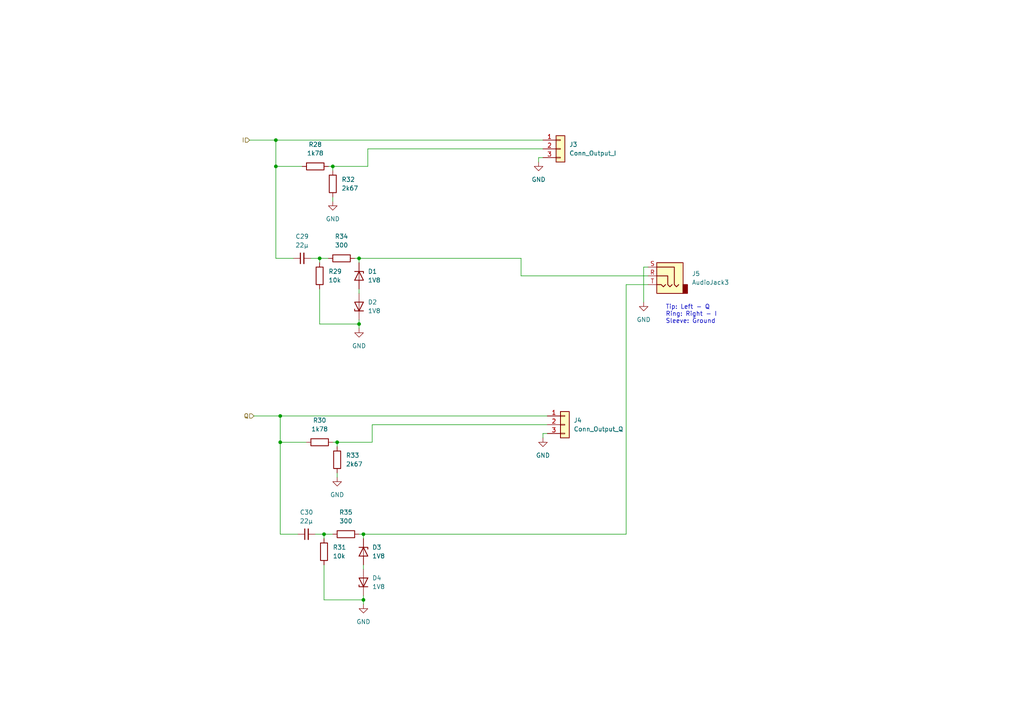
<source format=kicad_sch>
(kicad_sch (version 20211123) (generator eeschema)
  (paper "A4")
  (lib_symbols
    (symbol "Connector:AudioJack3"
      (property "Reference" "J" (at 0 8.89 0))
      (property "Value" "AudioJack3" (at 0 6.35 0))
      (symbol "AudioJack3_0_1"
        (rectangle (start -5.08 -5.08) (end -6.35 -2.54) (stroke (width 0.254)) (fill (type outline)))
        (polyline (pts (xy 0 -2.54) (xy 0.635 -3.175) (xy 1.27 -2.54) (xy 2.54 -2.54)) (stroke (width 0.254)))
        (polyline (pts (xy -1.905 -2.54) (xy -1.27 -3.175) (xy -0.635 -2.54) (xy -0.635 0) (xy 2.54 0)) (stroke (width 0.254)))
        (polyline (pts (xy 2.54 2.54) (xy -2.54 2.54) (xy -2.54 -2.54) (xy -3.175 -3.175) (xy -3.81 -2.54)) (stroke (width 0.254)))
        (rectangle (start 2.54 3.81) (end -5.08 -5.08) (stroke (width 0.254)) (fill (type background)))
      )
      (symbol "AudioJack3_1_1"
        (pin passive line (at 5.08 0 180) (length 2.54) (name "~") (number "R"))
        (pin passive line (at 5.08 2.54 180) (length 2.54) (name "~") (number "S"))
        (pin passive line (at 5.08 -2.54 180) (length 2.54) (name "~") (number "T"))
      )
    )
    (symbol "Connector_Generic:Conn_01x03" (pin_names (offset 1.016) hide)
      (property "Reference" "J" (at 0 5.08 0))
      (property "Value" "Conn_01x03" (at 0 -5.08 0))
      (symbol "Conn_01x03_1_1"
        (rectangle (start -1.27 -2.413) (end 0 -2.667) (stroke (width 0.1524)))
        (rectangle (start -1.27 0.127) (end 0 -0.127) (stroke (width 0.1524)))
        (rectangle (start -1.27 2.667) (end 0 2.413) (stroke (width 0.1524)))
        (rectangle (start -1.27 3.81) (end 1.27 -3.81) (stroke (width 0.254)) (fill (type background)))
        (pin passive line (at -5.08 2.54 0) (length 3.81) (name "Pin_1") (number "1"))
        (pin passive line (at -5.08 0 0) (length 3.81) (name "Pin_2") (number "2"))
        (pin passive line (at -5.08 -2.54 0) (length 3.81) (name "Pin_3") (number "3"))
      )
    )
    (symbol "Device:C_Small" (pin_numbers hide) (pin_names (offset 0.254) hide)
      (property "Reference" "C" (at 0.254 1.778 0))
      (property "Value" "C_Small" (at 0.254 -2.032 0))
      (symbol "C_Small_0_1"
        (polyline (pts (xy -1.524 -0.508) (xy 1.524 -0.508)) (stroke (width 0.3302)))
        (polyline (pts (xy -1.524 0.508) (xy 1.524 0.508)) (stroke (width 0.3048)))
      )
      (symbol "C_Small_1_1"
        (pin passive line (at 0 2.54 270) (length 2.032) (name "~") (number "1"))
        (pin passive line (at 0 -2.54 90) (length 2.032) (name "~") (number "2"))
      )
    )
    (symbol "Device:D_Zener" (pin_numbers hide) (pin_names (offset 1.016) hide)
      (property "Reference" "D" (at 0 2.54 0))
      (property "Value" "D_Zener" (at 0 -2.54 0))
      (symbol "D_Zener_0_1"
        (polyline (pts (xy 1.27 0) (xy -1.27 0)))
        (polyline (pts (xy -1.27 -1.27) (xy -1.27 1.27) (xy -0.762 1.27)) (stroke (width 0.254)))
        (polyline (pts (xy 1.27 -1.27) (xy 1.27 1.27) (xy -1.27 0) (xy 1.27 -1.27)) (stroke (width 0.254)))
      )
      (symbol "D_Zener_1_1"
        (pin passive line (at -3.81 0 0) (length 2.54) (name "K") (number "1"))
        (pin passive line (at 3.81 0 180) (length 2.54) (name "A") (number "2"))
      )
    )
    (symbol "Device:R" (pin_numbers hide) (pin_names (offset 0))
      (property "Reference" "R" (at 2.032 0 90))
      (property "Value" "R" (at 0 0 90))
      (symbol "R_0_1"
        (rectangle (start -1.016 -2.54) (end 1.016 2.54) (stroke (width 0.254)))
      )
      (symbol "R_1_1"
        (pin passive line (at 0 3.81 270) (length 1.27) (name "~") (number "1"))
        (pin passive line (at 0 -3.81 90) (length 1.27) (name "~") (number "2"))
      )
    )
    (symbol "power:GND" (power) (pin_names (offset 0))
      (property "Value" "GND" (at 0 -3.81 0))
      (symbol "GND_0_1"
        (polyline (pts (xy 0 0) (xy 0 -1.27) (xy 1.27 -1.27) (xy 0 -2.54) (xy -1.27 -1.27) (xy 0 -1.27)))
      )
      (symbol "GND_1_1"
        (pin power_in line (at 0 0 270) (length 0) hide (name "GND") (number "1"))
      )
    )
  )
  (junction (at 93.98 154.94))
  (junction (at 92.71 74.93))
  (junction (at 104.14 93.98))
  (junction (at 81.28 120.65))
  (junction (at 96.52 48.26))
  (junction (at 105.41 173.99))
  (junction (at 104.14 74.93))
  (junction (at 97.79 128.27))
  (junction (at 80.01 48.26))
  (junction (at 80.01 40.64))
  (junction (at 81.28 128.27))
  (junction (at 105.41 154.94))
  (wire (pts (xy 156.21 46.99) (xy 156.21 45.72)))
  (wire (pts (xy 104.14 93.98) (xy 104.14 95.25)))
  (wire (pts (xy 96.52 48.26) (xy 106.68 48.26)))
  (wire (pts (xy 95.25 48.26) (xy 96.52 48.26)))
  (wire (pts (xy 97.79 128.27) (xy 97.79 129.54)))
  (wire (pts (xy 187.96 77.47) (xy 186.69 77.47)))
  (wire (pts (xy 92.71 93.98) (xy 104.14 93.98)))
  (wire (pts (xy 97.79 128.27) (xy 107.95 128.27)))
  (wire (pts (xy 81.28 128.27) (xy 81.28 120.65)))
  (wire (pts (xy 88.9 128.27) (xy 81.28 128.27)))
  (wire (pts (xy 158.75 125.73) (xy 157.48 125.73)))
  (wire (pts (xy 96.52 48.26) (xy 96.52 49.53)))
  (wire (pts (xy 93.98 173.99) (xy 105.41 173.99)))
  (wire (pts (xy 106.68 43.18) (xy 106.68 48.26)))
  (wire (pts (xy 87.63 48.26) (xy 80.01 48.26)))
  (wire (pts (xy 81.28 154.94) (xy 81.28 128.27)))
  (wire (pts (xy 93.98 154.94) (xy 93.98 156.21)))
  (wire (pts (xy 158.75 123.19) (xy 107.95 123.19)))
  (wire (pts (xy 80.01 48.26) (xy 80.01 40.64)))
  (wire (pts (xy 181.61 82.55) (xy 181.61 154.94)))
  (wire (pts (xy 80.01 40.64) (xy 157.48 40.64)))
  (wire (pts (xy 80.01 74.93) (xy 80.01 48.26)))
  (wire (pts (xy 86.36 154.94) (xy 81.28 154.94)))
  (wire (pts (xy 157.48 127) (xy 157.48 125.73)))
  (wire (pts (xy 157.48 43.18) (xy 106.68 43.18)))
  (wire (pts (xy 96.52 128.27) (xy 97.79 128.27)))
  (wire (pts (xy 157.48 45.72) (xy 156.21 45.72)))
  (wire (pts (xy 105.41 172.72) (xy 105.41 173.99)))
  (wire (pts (xy 107.95 123.19) (xy 107.95 128.27)))
  (wire (pts (xy 85.09 74.93) (xy 80.01 74.93)))
  (wire (pts (xy 92.71 83.82) (xy 92.71 93.98)))
  (wire (pts (xy 93.98 163.83) (xy 93.98 173.99)))
  (wire (pts (xy 151.13 74.93) (xy 104.14 74.93)))
  (wire (pts (xy 105.41 173.99) (xy 105.41 175.26)))
  (wire (pts (xy 96.52 57.15) (xy 96.52 58.42)))
  (wire (pts (xy 102.87 74.93) (xy 104.14 74.93)))
  (wire (pts (xy 105.41 163.83) (xy 105.41 165.1)))
  (wire (pts (xy 97.79 137.16) (xy 97.79 138.43)))
  (wire (pts (xy 72.39 40.64) (xy 80.01 40.64)))
  (wire (pts (xy 151.13 80.01) (xy 151.13 74.93)))
  (wire (pts (xy 104.14 74.93) (xy 104.14 76.2)))
  (wire (pts (xy 90.17 74.93) (xy 92.71 74.93)))
  (wire (pts (xy 92.71 74.93) (xy 92.71 76.2)))
  (wire (pts (xy 92.71 74.93) (xy 95.25 74.93)))
  (wire (pts (xy 73.66 120.65) (xy 81.28 120.65)))
  (wire (pts (xy 104.14 92.71) (xy 104.14 93.98)))
  (wire (pts (xy 81.28 120.65) (xy 158.75 120.65)))
  (wire (pts (xy 181.61 154.94) (xy 105.41 154.94)))
  (wire (pts (xy 93.98 154.94) (xy 96.52 154.94)))
  (wire (pts (xy 105.41 154.94) (xy 105.41 156.21)))
  (wire (pts (xy 104.14 83.82) (xy 104.14 85.09)))
  (wire (pts (xy 186.69 87.63) (xy 186.69 77.47)))
  (wire (pts (xy 187.96 80.01) (xy 151.13 80.01)))
  (wire (pts (xy 104.14 154.94) (xy 105.41 154.94)))
  (wire (pts (xy 91.44 154.94) (xy 93.98 154.94)))
  (wire (pts (xy 187.96 82.55) (xy 181.61 82.55)))
  (text "Tip: Left - Q\nRing: Right - I\nSleeve: Ground" (at 193.04 93.98 0) (effects (font (size 1.27 1.27)) (justify left bottom)))
  (hierarchical_label "I" (shape input) (at 72.39 40.64 180))
  (hierarchical_label "Q" (shape input) (at 73.66 120.65 180))
  (symbol (lib_id "power:GND") (at 96.52 58.42 0) (unit 1)
    (property "Reference" "#PWR0124" (effects hide))
    (property "Value" "GND" (at 96.52 63.5 0))
  )
  (symbol (lib_id "Device:R") (at 96.52 53.34 180) (unit 1)
    (property "Reference" "R32" (at 99.06 52.0699 0) (effects (justify right)))
    (property "Value" "2k67" (at 99.06 54.6099 0) (effects (justify right)))
    (property "Footprint" "Resistor_SMD:R_1206_3216Metric_Pad1.30x1.75mm_HandSolder" (effects hide))
    (property "Manufacture #" "CR1206-FX-2671ELF" (effects hide))
  )
  (symbol (lib_id "Connector:AudioJack3") (at 193.04 80.01 0) (mirror y) (unit 1)
    (property "Reference" "J5" (at 200.66 79.3749 0) (effects (justify right)))
    (property "Value" "AudioJack3" (at 200.66 81.9149 0) (effects (justify right)))
    (property "Footprint" "Connector_Audio:Jack_3.5mm_CUI_SJ1-3533NG_Horizontal_CircularHoles" (effects hide))
    (property "Manufacture #" "SJ1-3533NG" (effects hide))
  )
  (symbol (lib_id "Device:R") (at 92.71 128.27 90) (unit 1)
    (property "Reference" "R30" (at 92.71 121.92 90))
    (property "Value" "1k78" (at 92.71 124.46 90))
    (property "Footprint" "Resistor_SMD:R_1206_3216Metric_Pad1.30x1.75mm_HandSolder" (effects hide))
    (property "Manufacture #" "CR1206-FX-1781ELF" (effects hide))
  )
  (symbol (lib_id "Device:C_Small") (at 88.9 154.94 90) (unit 1)
    (property "Reference" "C30" (at 88.9063 148.59 90))
    (property "Value" "22µ" (at 88.9063 151.13 90))
    (property "Footprint" "Capacitor_SMD:C_1206_3216Metric_Pad1.33x1.80mm_HandSolder" (effects hide))
    (property "Manufacture #" "GRM31CR71A226KE15L" (effects hide))
  )
  (symbol (lib_id "Connector_Generic:Conn_01x03") (at 162.56 43.18 0) (unit 1)
    (property "Reference" "J3" (at 165.1 41.9099 0) (effects (justify left)))
    (property "Value" "Conn_Output_I" (at 165.1 44.4499 0) (effects (justify left)))
    (property "Footprint" "Connector_PinSocket_2.54mm:PinSocket_1x03_P2.54mm_Vertical" (effects hide))
  )
  (symbol (lib_id "power:GND") (at 157.48 127 0) (mirror y) (unit 1)
    (property "Reference" "#PWR0128" (effects hide))
    (property "Value" "GND" (at 157.48 132.08 0))
  )
  (symbol (lib_id "power:GND") (at 105.41 175.26 0) (unit 1)
    (property "Reference" "#PWR0122" (effects hide))
    (property "Value" "GND" (at 105.41 180.34 0))
  )
  (symbol (lib_id "power:GND") (at 156.21 46.99 0) (mirror y) (unit 1)
    (property "Reference" "#PWR0125" (effects hide))
    (property "Value" "GND" (at 156.21 52.07 0))
  )
  (symbol (lib_id "Device:R") (at 99.06 74.93 90) (unit 1)
    (property "Reference" "R34" (at 99.06 68.58 90))
    (property "Value" "300" (at 99.06 71.12 90))
    (property "Footprint" "Resistor_SMD:R_1206_3216Metric_Pad1.30x1.75mm_HandSolder" (effects hide))
    (property "Manufacture #" "CR1206-FX-3000ELF" (effects hide))
  )
  (symbol (lib_id "Device:R") (at 91.44 48.26 90) (unit 1)
    (property "Reference" "R28" (at 91.44 41.91 90))
    (property "Value" "1k78" (at 91.44 44.45 90))
    (property "Footprint" "Resistor_SMD:R_1206_3216Metric_Pad1.30x1.75mm_HandSolder" (effects hide))
    (property "Manufacture #" "CR1206-FX-1781ELF" (effects hide))
  )
  (symbol (lib_id "Device:C_Small") (at 87.63 74.93 90) (unit 1)
    (property "Reference" "C29" (at 87.6363 68.58 90))
    (property "Value" "22µ" (at 87.6363 71.12 90))
    (property "Footprint" "Capacitor_SMD:C_1206_3216Metric_Pad1.33x1.80mm_HandSolder" (effects hide))
    (property "Manufacture #" "GRM31CR71A226KE15L" (effects hide))
  )
  (symbol (lib_id "Device:D_Zener") (at 104.14 88.9 90) (unit 1)
    (property "Reference" "D2" (at 106.68 87.6299 90) (effects (justify right)))
    (property "Value" "1V8" (at 106.68 90.1699 90) (effects (justify right)))
    (property "Footprint" "Diode_SMD:D_SOD-123" (effects hide))
    (property "Manufacture #" "MMSZ4678-TP" (effects hide))
  )
  (symbol (lib_id "Device:R") (at 100.33 154.94 90) (unit 1)
    (property "Reference" "R35" (at 100.33 148.59 90))
    (property "Value" "300" (at 100.33 151.13 90))
    (property "Footprint" "Resistor_SMD:R_1206_3216Metric_Pad1.30x1.75mm_HandSolder" (effects hide))
    (property "Manufacture #" "CR1206-FX-3000ELF" (effects hide))
  )
  (symbol (lib_id "Device:R") (at 93.98 160.02 180) (unit 1)
    (property "Reference" "R31" (at 96.52 158.7499 0) (effects (justify right)))
    (property "Value" "10k" (at 96.52 161.2899 0) (effects (justify right)))
    (property "Footprint" "Resistor_SMD:R_1206_3216Metric_Pad1.30x1.75mm_HandSolder" (effects hide))
    (property "Manufacture #" "CR1206-FX-1002ELF" (effects hide))
  )
  (symbol (lib_id "Device:R") (at 97.79 133.35 180) (unit 1)
    (property "Reference" "R33" (at 100.33 132.0799 0) (effects (justify right)))
    (property "Value" "2k67" (at 100.33 134.6199 0) (effects (justify right)))
    (property "Footprint" "Resistor_SMD:R_1206_3216Metric_Pad1.30x1.75mm_HandSolder" (effects hide))
    (property "Manufacture #" "CR1206-FX-2671ELF" (effects hide))
  )
  (symbol (lib_id "Device:D_Zener") (at 104.14 80.01 270) (unit 1)
    (property "Reference" "D1" (at 106.68 78.7399 90) (effects (justify left)))
    (property "Value" "1V8" (at 106.68 81.2799 90) (effects (justify left)))
    (property "Footprint" "Diode_SMD:D_SOD-123" (effects hide))
    (property "Manufacture #" "MMSZ4678-TP" (effects hide))
  )
  (symbol (lib_id "Connector_Generic:Conn_01x03") (at 163.83 123.19 0) (unit 1)
    (property "Reference" "J4" (at 166.37 121.9199 0) (effects (justify left)))
    (property "Value" "Conn_Output_Q" (at 166.37 124.4599 0) (effects (justify left)))
    (property "Footprint" "Connector_PinSocket_2.54mm:PinSocket_1x03_P2.54mm_Vertical" (effects hide))
  )
  (symbol (lib_id "Device:R") (at 92.71 80.01 180) (unit 1)
    (property "Reference" "R29" (at 95.25 78.7399 0) (effects (justify right)))
    (property "Value" "10k" (at 95.25 81.2799 0) (effects (justify right)))
    (property "Footprint" "Resistor_SMD:R_1206_3216Metric_Pad1.30x1.75mm_HandSolder" (effects hide))
    (property "Manufacture #" "CR1206-FX-1002ELF" (effects hide))
  )
  (symbol (lib_id "power:GND") (at 186.69 87.63 0) (mirror y) (unit 1)
    (property "Reference" "#PWR0127" (effects hide))
    (property "Value" "GND" (at 186.69 92.71 0))
  )
  (symbol (lib_id "power:GND") (at 104.14 95.25 0) (unit 1)
    (property "Reference" "#PWR0126" (effects hide))
    (property "Value" "GND" (at 104.14 100.33 0))
  )
  (symbol (lib_id "Device:D_Zener") (at 105.41 168.91 90) (unit 1)
    (property "Reference" "D4" (at 107.95 167.6399 90) (effects (justify right)))
    (property "Value" "1V8" (at 107.95 170.1799 90) (effects (justify right)))
    (property "Footprint" "Diode_SMD:D_SOD-123" (effects hide))
    (property "Manufacture #" "MMSZ4678-TP" (effects hide))
  )
  (symbol (lib_id "Device:D_Zener") (at 105.41 160.02 270) (unit 1)
    (property "Reference" "D3" (at 107.95 158.7499 90) (effects (justify left)))
    (property "Value" "1V8" (at 107.95 161.2899 90) (effects (justify left)))
    (property "Footprint" "Diode_SMD:D_SOD-123" (effects hide))
    (property "Manufacture #" "MMSZ4678-TP" (effects hide))
  )
  (symbol (lib_id "power:GND") (at 97.79 138.43 0) (unit 1)
    (property "Reference" "#PWR0123" (effects hide))
    (property "Value" "GND" (at 97.79 143.51 0))
  )
)
</source>
